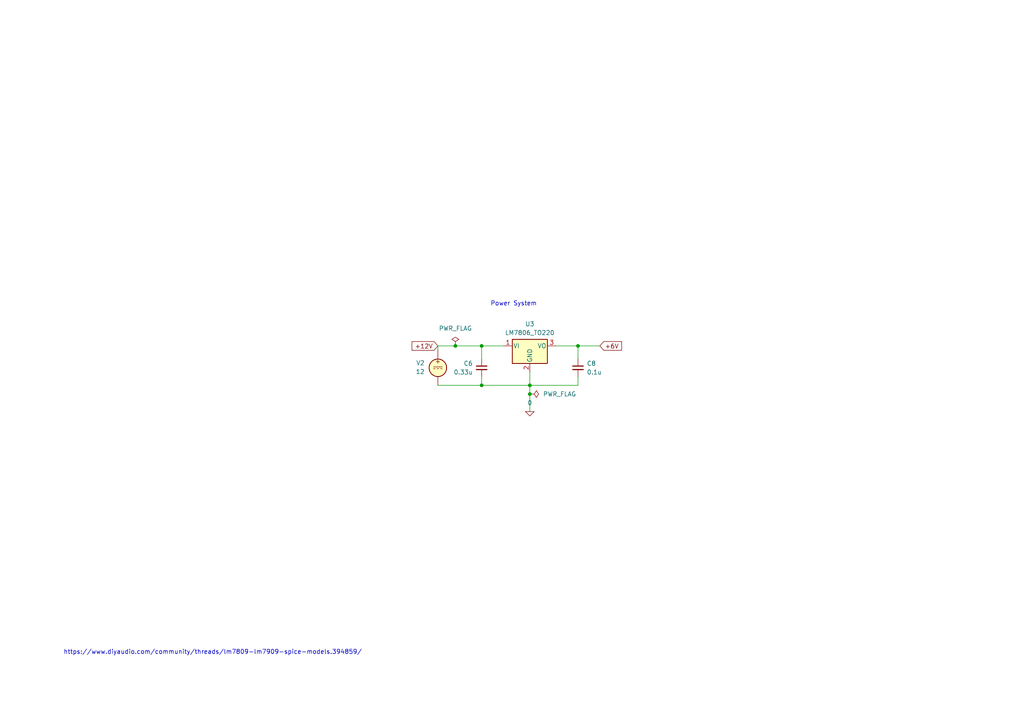
<source format=kicad_sch>
(kicad_sch (version 20250114) (generator "eeschema") (generator_version "9.0")
  (paper "A4")
  (lib_symbols
    (symbol "Device:C_Small" (pin_numbers (hide yes)) (pin_names (offset 0.254) (hide yes))
      (property "Reference" "C" (at 0.254 1.778 0))
      (property "Value" "C_Small" (at 0.254 -2.032 0))
      (symbol "C_Small_0_1"
        (polyline (pts (xy -1.524 0.508) (xy 1.524 0.508)) (stroke (width 0.3048)))
        (polyline (pts (xy -1.524 -0.508) (xy 1.524 -0.508)) (stroke (width 0.3302)))
      )
      (symbol "C_Small_1_1"
        (pin passive line (at 0 2.54 270) (length 2.032) (name "~") (number "1"))
        (pin passive line (at 0 -2.54 90) (length 2.032) (name "~") (number "2"))
      )
    )
    (symbol "Regulator_Linear:LM7806_TO220" (pin_names (offset 0.254))
      (property "Reference" "U" (at -3.81 3.175 0))
      (property "Value" "LM7806_TO220" (at 0 3.175 0))
      (symbol "LM7806_TO220_0_1"
        (rectangle (start -5.08 1.905) (end 5.08 -5.08) (stroke (width 0.254)) (fill (type background)))
      )
      (symbol "LM7806_TO220_1_1"
        (pin power_in line (at -7.62 0 0) (length 2.54) (name "VI") (number "1"))
        (pin power_in line (at 0 -7.62 90) (length 2.54) (name "GND") (number "2"))
        (pin power_out line (at 7.62 0 180) (length 2.54) (name "VO") (number "3"))
      )
    )
    (symbol "Simulation_SPICE:0" (power) (pin_numbers (hide yes)) (pin_names (offset 0) (hide yes))
      (property "Value" "0" (at 0 -2.54 0))
      (symbol "0_0_1"
        (polyline (pts (xy -1.27 0) (xy 0 -1.27) (xy 1.27 0) (xy -1.27 0)))
      )
      (symbol "0_1_1"
        (pin power_in line (at 0 0 0) (length 0) (name "~") (number "1"))
      )
    )
    (symbol "Simulation_SPICE:VDC" (pin_numbers (hide yes)) (pin_names (offset 0.0254))
      (property "Reference" "V" (at 2.54 2.54 0))
      (property "Value" "1" (at 2.54 0 0))
      (symbol "VDC_0_0"
        (polyline (pts (xy -1.27 0.254) (xy 1.27 0.254)))
        (polyline (pts (xy -0.762 -0.254) (xy -1.27 -0.254)))
        (polyline (pts (xy 0.254 -0.254) (xy -0.254 -0.254)))
        (polyline (pts (xy 1.27 -0.254) (xy 0.762 -0.254)))
        (text "+" (at 0 1.905 0) (effects (font (size 1.27 1.27))))
      )
      (symbol "VDC_0_1"
        (circle (center 0 0) (radius 2.54) (stroke (width 0.254)) (fill (type background)))
      )
      (symbol "VDC_1_1"
        (pin passive line (at 0 5.08 270) (length 2.54) (name "~") (number "1"))
        (pin passive line (at 0 -5.08 90) (length 2.54) (name "~") (number "2"))
      )
    )
    (symbol "power:PWR_FLAG" (power) (pin_numbers (hide yes)) (pin_names (offset 0) (hide yes))
      (property "Value" "PWR_FLAG" (at 0 3.81 0))
      (symbol "PWR_FLAG_0_0"
        (pin power_out line (at 0 0 90) (length 0) (name "pwr") (number "1"))
      )
      (symbol "PWR_FLAG_0_1"
        (polyline (pts (xy 0 0) (xy 0 1.27) (xy -1.016 1.905) (xy 0 2.54) (xy 1.016 1.905) (xy 0 1.27)))
      )
    )
  )
  (text "Power System\n" (at 142.24 88.9 0) (effects (font (size 1.27 1.27)) (justify left bottom)))
  (text "https://www.diyaudio.com/community/threads/lm7809-lm7909-spice-models.394859/" (at 61.722 189.23 0) (effects (font (size 1.27 1.27))))
  (junction (at 139.7 111.76))
  (junction (at 167.64 100.33))
  (junction (at 153.67 114.3))
  (junction (at 132.08 100.33))
  (junction (at 153.67 111.76))
  (junction (at 139.7 100.33))
  (wire (pts (xy 139.7 100.33) (xy 139.7 104.14)))
  (wire (pts (xy 127 100.33) (xy 132.08 100.33)))
  (wire (pts (xy 161.29 100.33) (xy 167.64 100.33)))
  (wire (pts (xy 132.08 100.33) (xy 139.7 100.33)))
  (wire (pts (xy 153.67 111.76) (xy 153.67 114.3)))
  (wire (pts (xy 127 100.33) (xy 127 101.6)))
  (wire (pts (xy 139.7 100.33) (xy 146.05 100.33)))
  (wire (pts (xy 153.67 107.95) (xy 153.67 111.76)))
  (wire (pts (xy 127 111.76) (xy 139.7 111.76)))
  (wire (pts (xy 139.7 111.76) (xy 153.67 111.76)))
  (wire (pts (xy 167.64 100.33) (xy 173.99 100.33)))
  (wire (pts (xy 153.67 111.76) (xy 167.64 111.76)))
  (wire (pts (xy 167.64 111.76) (xy 167.64 109.22)))
  (wire (pts (xy 139.7 109.22) (xy 139.7 111.76)))
  (wire (pts (xy 167.64 100.33) (xy 167.64 104.14)))
  (wire (pts (xy 153.67 114.3) (xy 153.67 119.38)))
  (global_label "+6V" (shape input) (at 173.99 100.33 0) (property "Intersheetrefs" "${INTERSHEET_REFS}" (effects (hide yes))))
  (global_label "+12V" (shape input) (at 127 100.33 180) (property "Intersheetrefs" "${INTERSHEET_REFS}" (effects (hide yes))))
  (symbol (lib_id "Simulation_SPICE:VDC") (at 127 106.68 0) (unit 1)
    (property "Reference" "V2" (at 123.19 105.2801 0) (effects (justify right)))
    (property "Value" "12" (at 123.19 107.8201 0) (effects (justify right)))
    (property "Datasheet" "https://ngspice.sourceforge.io/docs/ngspice-html-manual/manual.xhtml#sec_Independent_Sources_for" (effects (hide yes)))
    (property "Description" "Voltage source, DC" (effects (hide yes)))
    (property "Sim.Pins" "1=+ 2=-" (effects (hide yes)))
    (property "Sim.Type" "DC" (effects (hide yes)))
    (property "Sim.Device" "V" (effects (hide yes)))
  )
  (symbol (lib_id "power:PWR_FLAG") (at 153.67 114.3 270) (unit 1)
    (property "Reference" "#FLG02" (effects (hide yes)))
    (property "Value" "PWR_FLAG" (at 157.48 114.3 90) (effects (justify left)))
  )
  (symbol (lib_id "Simulation_SPICE:0") (at 153.67 119.38 0) (unit 1)
    (property "Reference" "#GND01" (effects (hide yes)))
    (property "Value" "0" (at 153.67 116.84 0))
    (property "Datasheet" "https://ngspice.sourceforge.io/docs/ngspice-html-manual/manual.xhtml#subsec_Circuit_elements__device" (effects (hide yes)))
    (property "Description" "0V reference potential for simulation" (effects (hide yes)))
  )
  (symbol (lib_id "power:PWR_FLAG") (at 132.08 100.33 0) (unit 1)
    (property "Reference" "#FLG05" (effects (hide yes)))
    (property "Value" "PWR_FLAG" (at 132.08 95.25 0))
    (property "Description" "Special symbol for telling ERC where power comes from" (effects (hide yes)))
  )
  (symbol (lib_id "Regulator_Linear:LM7806_TO220") (at 153.67 100.33 0) (unit 1)
    (property "Reference" "U3" (at 153.67 93.98 0))
    (property "Value" "LM7806_TO220" (at 153.67 96.52 0))
    (property "Footprint" "Package_TO_SOT_THT:TO-220-3_Vertical" (effects (hide yes)))
    (property "Datasheet" "https://www.onsemi.cn/PowerSolutions/document/MC7800-D.PDF" (effects (hide yes)))
    (property "Description" "Positive 1A 35V Linear Regulator, Fixed Output 6V, TO-220" (effects (hide yes)))
    (property "Sim.Library" "C:\\Users\\mmf03\\Desktop\\KiCad Libraries\\LM7806\\LM7806.lib" (effects (hide yes)))
    (property "Sim.Name" "LM7806" (effects (hide yes)))
    (property "Sim.Device" "SUBCKT" (effects (hide yes)))
    (property "Sim.Pins" "1=1 2=2 3=3" (effects (hide yes)))
  )
  (symbol (lib_id "Device:C_Small") (at 167.64 106.68 0) (unit 1)
    (property "Reference" "C8" (at 170.18 105.4163 0) (effects (justify left)))
    (property "Value" "0.1u" (at 170.18 107.9563 0) (effects (justify left)))
    (property "Footprint" "Capacitor_SMD:C_0603_1608Metric" (effects (hide yes)))
  )
  (symbol (lib_id "Device:C_Small") (at 139.7 106.68 0) (unit 1)
    (property "Reference" "C6" (at 137.16 105.4163 0) (effects (justify right)))
    (property "Value" "0.33u" (at 137.16 107.9563 0) (effects (justify right)))
    (property "Footprint" "Capacitor_SMD:C_0603_1608Metric" (effects (hide yes)))
  )
)
</source>
